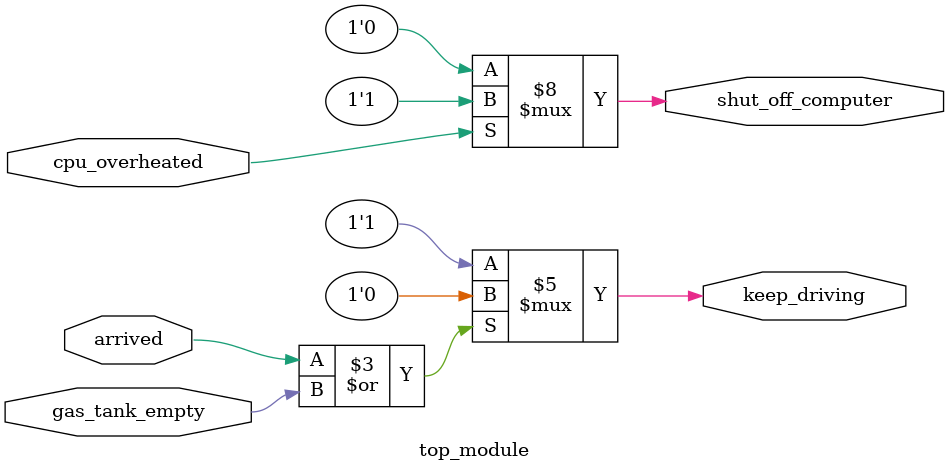
<source format=v>
module top_module (
    input      cpu_overheated,
    output reg shut_off_computer,
    input      arrived,
    input      gas_tank_empty,
    output reg keep_driving  ); //

    always @(*) begin
        if (cpu_overheated)
            shut_off_computer = 1;
        else
            shut_off_computer = 0;
    end

    always @(*) begin
        if (arrived | gas_tank_empty)
            keep_driving = 0;
        else 
            keep_driving = 1;           
    end

endmodule

</source>
